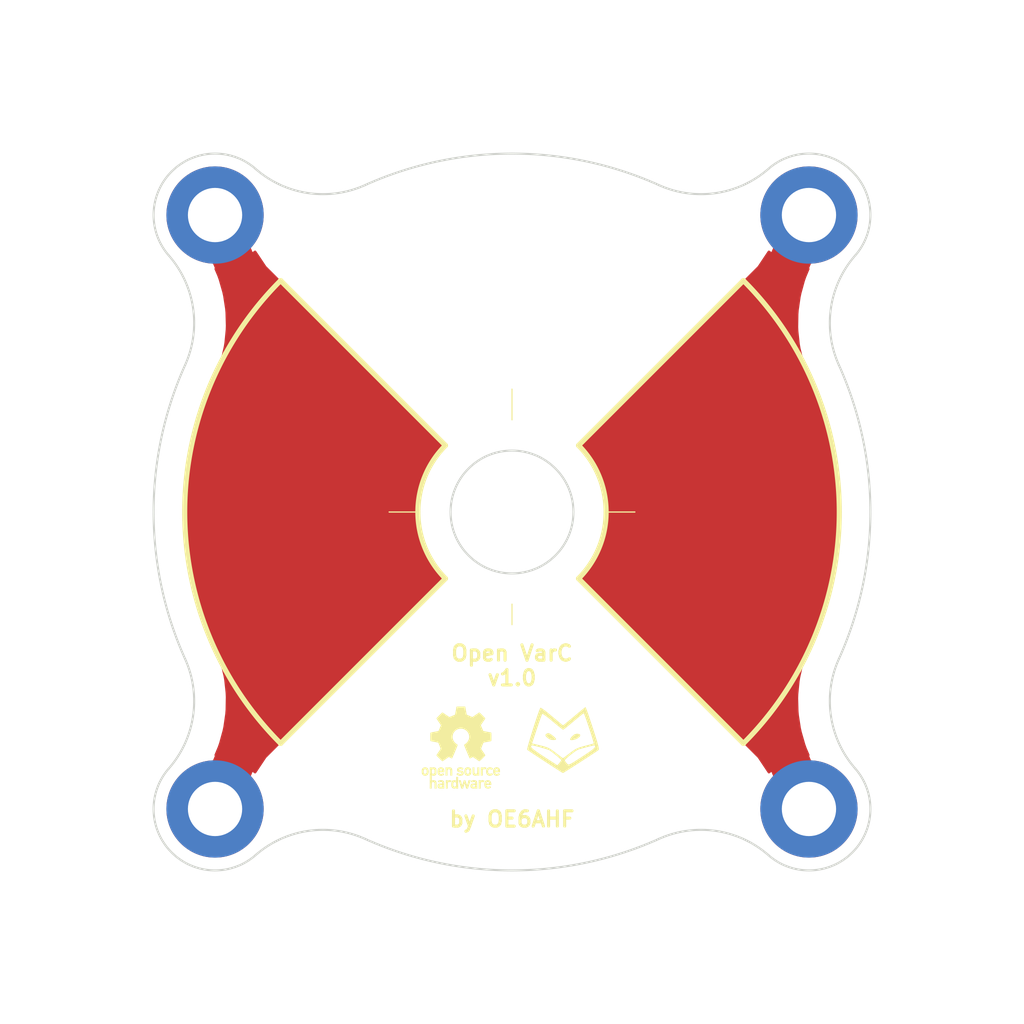
<source format=kicad_pcb>
(kicad_pcb (version 20171130) (host pcbnew 5.1.5+dfsg1-2build2)

  (general
    (thickness 1.6)
    (drawings 35)
    (tracks 0)
    (zones 0)
    (modules 7)
    (nets 3)
  )

  (page A4)
  (title_block
    (title "Open VarCo - Large")
    (date 2021-11-05)
    (rev 1.0)
  )

  (layers
    (0 F.Cu signal)
    (31 B.Cu signal)
    (32 B.Adhes user)
    (33 F.Adhes user)
    (34 B.Paste user)
    (35 F.Paste user)
    (36 B.SilkS user)
    (37 F.SilkS user)
    (38 B.Mask user)
    (39 F.Mask user)
    (40 Dwgs.User user)
    (41 Cmts.User user)
    (42 Eco1.User user)
    (43 Eco2.User user)
    (44 Edge.Cuts user)
    (45 Margin user)
    (46 B.CrtYd user)
    (47 F.CrtYd user)
    (48 B.Fab user)
    (49 F.Fab user)
  )

  (setup
    (last_trace_width 0.25)
    (trace_clearance 0.2)
    (zone_clearance 3)
    (zone_45_only no)
    (trace_min 0.2)
    (via_size 0.8)
    (via_drill 0.4)
    (via_min_size 0.4)
    (via_min_drill 0.3)
    (uvia_size 0.3)
    (uvia_drill 0.1)
    (uvias_allowed no)
    (uvia_min_size 0.2)
    (uvia_min_drill 0.1)
    (edge_width 0.05)
    (segment_width 0.2)
    (pcb_text_width 0.3)
    (pcb_text_size 1.5 1.5)
    (mod_edge_width 0.12)
    (mod_text_size 1 1)
    (mod_text_width 0.15)
    (pad_size 9.5 9.5)
    (pad_drill 0)
    (pad_to_mask_clearance 0.051)
    (solder_mask_min_width 0.25)
    (aux_axis_origin 0 0)
    (grid_origin 150 100)
    (visible_elements FFFFFF7F)
    (pcbplotparams
      (layerselection 0x010fc_ffffffff)
      (usegerberextensions false)
      (usegerberattributes false)
      (usegerberadvancedattributes false)
      (creategerberjobfile false)
      (excludeedgelayer true)
      (linewidth 0.100000)
      (plotframeref false)
      (viasonmask false)
      (mode 1)
      (useauxorigin false)
      (hpglpennumber 1)
      (hpglpenspeed 20)
      (hpglpendiameter 15.000000)
      (psnegative false)
      (psa4output false)
      (plotreference true)
      (plotvalue true)
      (plotinvisibletext false)
      (padsonsilk false)
      (subtractmaskfromsilk false)
      (outputformat 1)
      (mirror false)
      (drillshape 0)
      (scaleselection 1)
      (outputdirectory "Gerber/"))
  )

  (net 0 "")
  (net 1 /Side_A)
  (net 2 /Side_B)

  (net_class Default "Dies ist die voreingestellte Netzklasse."
    (clearance 0.2)
    (trace_width 0.25)
    (via_dia 0.8)
    (via_drill 0.4)
    (uvia_dia 0.3)
    (uvia_drill 0.1)
    (add_net /Side_A)
    (add_net /Side_B)
  )

  (module relayclock:fox (layer F.Cu) (tedit 0) (tstamp 61B0BF16)
    (at 156 126)
    (fp_text reference G*** (at 0 0) (layer F.SilkS) hide
      (effects (font (size 1.524 1.524) (thickness 0.3)))
    )
    (fp_text value LOGO (at 0.75 0) (layer F.SilkS) hide
      (effects (font (size 1.524 1.524) (thickness 0.3)))
    )
    (fp_poly (pts (xy 0.57615 -4.31634) (xy 0.666101 -4.213897) (xy 0.610838 -4.065261) (xy 0.407938 -3.897249)
      (xy 0.192797 -3.797971) (xy -0.036489 -3.737819) (xy -0.228092 -3.724351) (xy -0.330185 -3.765122)
      (xy -0.335622 -3.788833) (xy -0.284594 -3.890602) (xy -0.162936 -4.059132) (xy -0.136069 -4.092532)
      (xy 0.10603 -4.291332) (xy 0.344653 -4.346532) (xy 0.57615 -4.31634)) (layer F.SilkS) (width 0.01))
    (fp_poly (pts (xy -2.303466 -4.351022) (xy -2.104408 -4.223417) (xy -1.90217 -4.060844) (xy -1.748181 -3.904293)
      (xy -1.693333 -3.801229) (xy -1.765708 -3.751119) (xy -1.939325 -3.733618) (xy -2.148925 -3.750499)
      (xy -2.286 -3.785127) (xy -2.439572 -3.874263) (xy -2.602443 -4.003875) (xy -2.726356 -4.151085)
      (xy -2.715385 -4.265821) (xy -2.697909 -4.289432) (xy -2.536901 -4.387921) (xy -2.447913 -4.402667)
      (xy -2.303466 -4.351022)) (layer F.SilkS) (width 0.01))
    (fp_poly (pts (xy 1.218233 -6.864009) (xy 1.300174 -6.646761) (xy 1.41872 -6.311162) (xy 1.566408 -5.878685)
      (xy 1.735774 -5.370806) (xy 1.890521 -4.897975) (xy 2.098048 -4.253093) (xy 2.254996 -3.750559)
      (xy 2.365917 -3.372615) (xy 2.435367 -3.101503) (xy 2.467899 -2.919463) (xy 2.468068 -2.808739)
      (xy 2.440854 -2.751962) (xy 2.345287 -2.682592) (xy 2.135129 -2.540693) (xy 1.834191 -2.341631)
      (xy 1.466281 -2.100774) (xy 1.055208 -1.833489) (xy 0.624784 -1.555142) (xy 0.198816 -1.281101)
      (xy -0.198886 -1.026732) (xy -0.544511 -0.807404) (xy -0.814251 -0.638482) (xy -0.984297 -0.535333)
      (xy -1.032215 -0.510386) (xy -1.107439 -0.555205) (xy -1.304642 -0.679776) (xy -1.603966 -0.871354)
      (xy -1.98555 -1.117197) (xy -2.429536 -1.404561) (xy -2.74726 -1.610879) (xy -3.225761 -1.92309)
      (xy -3.65818 -2.207325) (xy -4.023777 -2.449782) (xy -4.301809 -2.636655) (xy -4.471535 -2.754141)
      (xy -4.513608 -2.786408) (xy -4.505828 -2.88025) (xy -4.460984 -3.069167) (xy -4.147682 -3.069167)
      (xy -4.072901 -2.959486) (xy -3.850806 -2.771395) (xy -3.483377 -2.506392) (xy -2.972592 -2.165976)
      (xy -2.856515 -2.090975) (xy -1.566333 -1.26095) (xy -1.375833 -1.481863) (xy -1.246896 -1.650559)
      (xy -1.192969 -1.754562) (xy -0.846667 -1.754562) (xy -0.793278 -1.632175) (xy -0.665741 -1.469327)
      (xy -0.599213 -1.396584) (xy -0.540039 -1.348283) (xy -0.467803 -1.333391) (xy -0.362087 -1.360875)
      (xy -0.202473 -1.439702) (xy 0.031455 -1.578839) (xy 0.360116 -1.787253) (xy 0.803927 -2.073912)
      (xy 1.000994 -2.201333) (xy 1.488313 -2.526008) (xy 1.839589 -2.782014) (xy 2.050195 -2.965747)
      (xy 2.115763 -3.069167) (xy 2.093134 -3.195) (xy 2.067273 -3.217333) (xy 1.944435 -3.19623)
      (xy 1.705912 -3.141127) (xy 1.398898 -3.064334) (xy 1.070586 -2.97816) (xy 0.76817 -2.894914)
      (xy 0.538843 -2.826907) (xy 0.445671 -2.794369) (xy 0.273863 -2.697365) (xy 0.038052 -2.534166)
      (xy -0.22561 -2.333858) (xy -0.480973 -2.125529) (xy -0.691886 -1.938265) (xy -0.822199 -1.801153)
      (xy -0.846667 -1.754562) (xy -1.192969 -1.754562) (xy -1.186047 -1.767911) (xy -1.185333 -1.774993)
      (xy -1.246835 -1.851597) (xy -1.407214 -2.000357) (xy -1.630288 -2.191294) (xy -1.879871 -2.394429)
      (xy -2.119778 -2.579782) (xy -2.313824 -2.717375) (xy -2.351434 -2.741104) (xy -2.481611 -2.79319)
      (xy -2.728577 -2.872777) (xy -3.044789 -2.96651) (xy -3.382707 -3.061032) (xy -3.694787 -3.142987)
      (xy -3.933488 -3.199017) (xy -4.042833 -3.216282) (xy -4.13192 -3.14773) (xy -4.147682 -3.069167)
      (xy -4.460984 -3.069167) (xy -4.451818 -3.10778) (xy -4.37205 -3.398425) (xy -4.047167 -3.398425)
      (xy -3.230084 -3.202078) (xy -2.830603 -3.099265) (xy -2.532307 -2.997221) (xy -2.273746 -2.866317)
      (xy -1.993471 -2.676921) (xy -1.735667 -2.481463) (xy -1.449371 -2.261425) (xy -1.217072 -2.085827)
      (xy -1.068414 -1.976906) (xy -1.030185 -1.952265) (xy -0.955657 -1.998451) (xy -0.778024 -2.126708)
      (xy -0.527592 -2.314821) (xy -0.352852 -2.448833) (xy -0.023234 -2.693756) (xy 0.24913 -2.862899)
      (xy 0.526653 -2.986272) (xy 0.871745 -3.093886) (xy 1.128656 -3.161211) (xy 1.479026 -3.252095)
      (xy 1.761211 -3.32929) (xy 1.939402 -3.382766) (xy 1.982968 -3.400545) (xy 1.969156 -3.490783)
      (xy 1.909722 -3.708765) (xy 1.814882 -4.02356) (xy 1.694858 -4.404239) (xy 1.559866 -4.81987)
      (xy 1.420127 -5.239524) (xy 1.285859 -5.632268) (xy 1.16728 -5.967173) (xy 1.074611 -6.213308)
      (xy 1.01807 -6.339743) (xy 1.008522 -6.35) (xy 0.925324 -6.297937) (xy 0.738238 -6.154691)
      (xy 0.471603 -5.939671) (xy 0.14976 -5.672291) (xy 0 -5.545667) (xy -0.338112 -5.261702)
      (xy -0.631477 -5.021723) (xy -0.855764 -4.84514) (xy -0.986644 -4.751364) (xy -1.008178 -4.741333)
      (xy -1.091348 -4.793189) (xy -1.278895 -4.935937) (xy -1.54656 -5.150345) (xy -1.870084 -5.417185)
      (xy -2.028831 -5.550427) (xy -2.368421 -5.829325) (xy -2.663604 -6.05733) (xy -2.890412 -6.217043)
      (xy -3.024874 -6.291063) (xy -3.049393 -6.29126) (xy -3.094978 -6.192043) (xy -3.183117 -5.959217)
      (xy -3.303996 -5.620203) (xy -3.447804 -5.202427) (xy -3.579136 -4.810713) (xy -4.047167 -3.398425)
      (xy -4.37205 -3.398425) (xy -4.359978 -3.442409) (xy -4.238705 -3.857546) (xy -4.096398 -4.326599)
      (xy -3.941456 -4.822979) (xy -3.782276 -5.320093) (xy -3.627257 -5.791353) (xy -3.484797 -6.210166)
      (xy -3.363294 -6.549943) (xy -3.271147 -6.784092) (xy -3.219717 -6.883142) (xy -3.138253 -6.85395)
      (xy -2.95203 -6.730073) (xy -2.683721 -6.528337) (xy -2.356001 -6.265565) (xy -2.108458 -6.058624)
      (xy -1.753364 -5.759098) (xy -1.444324 -5.502391) (xy -1.203791 -5.306838) (xy -1.05422 -5.190773)
      (xy -1.016 -5.166607) (xy -0.940322 -5.218415) (xy -0.758187 -5.361687) (xy -0.492118 -5.578168)
      (xy -0.164638 -5.849606) (xy 0.079694 -6.054625) (xy 0.436259 -6.352829) (xy 0.747095 -6.608244)
      (xy 0.989561 -6.802628) (xy 1.141015 -6.917739) (xy 1.18036 -6.94143) (xy 1.218233 -6.864009)) (layer F.SilkS) (width 0.01))
  )

  (module MountingHole:MountingHole_3mm (layer F.Cu) (tedit 56D1B4CB) (tstamp 61B0C07B)
    (at 150 68)
    (descr "Mounting Hole 3mm, no annular")
    (tags "mounting hole 3mm no annular")
    (attr virtual)
    (fp_text reference REF** (at 0 -4) (layer F.SilkS) hide
      (effects (font (size 1 1) (thickness 0.15)))
    )
    (fp_text value MountingHole_3mm (at 0 4) (layer F.Fab) hide
      (effects (font (size 1 1) (thickness 0.15)))
    )
    (fp_circle (center 0 0) (end 3.25 0) (layer F.CrtYd) (width 0.05))
    (fp_circle (center 0 0) (end 3 0) (layer Cmts.User) (width 0.15))
    (fp_text user %R (at 0.3 0) (layer F.Fab)
      (effects (font (size 1 1) (thickness 0.15)))
    )
    (pad 1 np_thru_hole circle (at 0 0) (size 3 3) (drill 3) (layers *.Cu *.Mask))
  )

  (module Symbol:OSHW-Logo_7.5x8mm_SilkScreen (layer F.Cu) (tedit 0) (tstamp 6184A406)
    (at 145 123)
    (descr "Open Source Hardware Logo")
    (tags "Logo OSHW")
    (attr virtual)
    (fp_text reference REF** (at 0 0) (layer F.SilkS) hide
      (effects (font (size 1 1) (thickness 0.15)))
    )
    (fp_text value OSHW-Logo_7.5x8mm_SilkScreen (at 0.75 0) (layer F.Fab) hide
      (effects (font (size 1 1) (thickness 0.15)))
    )
    (fp_poly (pts (xy 0.500964 -3.601424) (xy 0.576513 -3.200678) (xy 1.134041 -2.970846) (xy 1.468465 -3.198252)
      (xy 1.562122 -3.261569) (xy 1.646782 -3.318104) (xy 1.718495 -3.365273) (xy 1.773311 -3.400498)
      (xy 1.80728 -3.421195) (xy 1.81653 -3.425658) (xy 1.833195 -3.41418) (xy 1.868806 -3.382449)
      (xy 1.919371 -3.334517) (xy 1.9809 -3.274438) (xy 2.049399 -3.206267) (xy 2.120879 -3.134055)
      (xy 2.191347 -3.061858) (xy 2.256811 -2.993727) (xy 2.31328 -2.933717) (xy 2.356763 -2.885881)
      (xy 2.383268 -2.854273) (xy 2.389605 -2.843695) (xy 2.380486 -2.824194) (xy 2.35492 -2.781469)
      (xy 2.315597 -2.719702) (xy 2.265203 -2.643069) (xy 2.206427 -2.555752) (xy 2.172368 -2.505948)
      (xy 2.110289 -2.415007) (xy 2.055126 -2.332941) (xy 2.009554 -2.263837) (xy 1.97625 -2.211778)
      (xy 1.95789 -2.18085) (xy 1.955131 -2.17435) (xy 1.961385 -2.155879) (xy 1.978434 -2.112828)
      (xy 2.003703 -2.051251) (xy 2.034622 -1.977201) (xy 2.068618 -1.89673) (xy 2.103118 -1.815893)
      (xy 2.135551 -1.740742) (xy 2.163343 -1.677329) (xy 2.183923 -1.631707) (xy 2.194719 -1.609931)
      (xy 2.195356 -1.609074) (xy 2.212307 -1.604916) (xy 2.257451 -1.595639) (xy 2.32611 -1.582156)
      (xy 2.413602 -1.565379) (xy 2.51525 -1.546219) (xy 2.574556 -1.53517) (xy 2.683172 -1.51449)
      (xy 2.781277 -1.494811) (xy 2.863909 -1.477211) (xy 2.926104 -1.462767) (xy 2.962899 -1.452554)
      (xy 2.970296 -1.449314) (xy 2.97754 -1.427383) (xy 2.983385 -1.377853) (xy 2.987835 -1.306515)
      (xy 2.990893 -1.219161) (xy 2.992565 -1.121583) (xy 2.992853 -1.019574) (xy 2.991761 -0.918925)
      (xy 2.989294 -0.825428) (xy 2.985456 -0.744875) (xy 2.98025 -0.683058) (xy 2.973681 -0.64577)
      (xy 2.969741 -0.638007) (xy 2.946188 -0.628702) (xy 2.896282 -0.6154) (xy 2.826623 -0.599663)
      (xy 2.743813 -0.583054) (xy 2.714905 -0.577681) (xy 2.575531 -0.552152) (xy 2.465436 -0.531592)
      (xy 2.380982 -0.515185) (xy 2.31853 -0.502113) (xy 2.274444 -0.491559) (xy 2.245085 -0.482706)
      (xy 2.226815 -0.474737) (xy 2.215998 -0.466835) (xy 2.214485 -0.465273) (xy 2.199377 -0.440114)
      (xy 2.176329 -0.39115) (xy 2.147644 -0.324379) (xy 2.115622 -0.245795) (xy 2.082565 -0.161393)
      (xy 2.050773 -0.07717) (xy 2.022549 0.000879) (xy 2.000193 0.066759) (xy 1.986007 0.114473)
      (xy 1.982293 0.138027) (xy 1.982602 0.138852) (xy 1.995189 0.158104) (xy 2.023744 0.200463)
      (xy 2.065267 0.261521) (xy 2.116756 0.336868) (xy 2.175211 0.422096) (xy 2.191858 0.446315)
      (xy 2.251215 0.534123) (xy 2.303447 0.614238) (xy 2.345708 0.682062) (xy 2.375153 0.732993)
      (xy 2.388937 0.762431) (xy 2.389605 0.766048) (xy 2.378024 0.785057) (xy 2.346024 0.822714)
      (xy 2.297718 0.874973) (xy 2.23722 0.937786) (xy 2.168644 1.007106) (xy 2.096104 1.078885)
      (xy 2.023712 1.149077) (xy 1.955584 1.213635) (xy 1.895832 1.26851) (xy 1.848571 1.309656)
      (xy 1.817913 1.333026) (xy 1.809432 1.336842) (xy 1.789691 1.327855) (xy 1.749274 1.303616)
      (xy 1.694763 1.268209) (xy 1.652823 1.239711) (xy 1.576829 1.187418) (xy 1.486834 1.125845)
      (xy 1.396564 1.06437) (xy 1.348032 1.031469) (xy 1.183762 0.920359) (xy 1.045869 0.994916)
      (xy 0.983049 1.027578) (xy 0.929629 1.052966) (xy 0.893484 1.067446) (xy 0.884284 1.06946)
      (xy 0.873221 1.054584) (xy 0.851394 1.012547) (xy 0.820434 0.947227) (xy 0.78197 0.8625)
      (xy 0.737632 0.762245) (xy 0.689047 0.650339) (xy 0.637846 0.530659) (xy 0.585659 0.407084)
      (xy 0.534113 0.283491) (xy 0.48484 0.163757) (xy 0.439467 0.051759) (xy 0.399625 -0.048623)
      (xy 0.366942 -0.133514) (xy 0.343049 -0.199035) (xy 0.329574 -0.24131) (xy 0.327406 -0.255828)
      (xy 0.344583 -0.274347) (xy 0.38219 -0.30441) (xy 0.432366 -0.339768) (xy 0.436578 -0.342566)
      (xy 0.566264 -0.446375) (xy 0.670834 -0.567485) (xy 0.749381 -0.702024) (xy 0.800999 -0.846118)
      (xy 0.824782 -0.995895) (xy 0.819823 -1.147483) (xy 0.785217 -1.297008) (xy 0.720057 -1.4406)
      (xy 0.700886 -1.472016) (xy 0.601174 -1.598875) (xy 0.483377 -1.700745) (xy 0.351571 -1.777096)
      (xy 0.209833 -1.827398) (xy 0.062242 -1.851121) (xy -0.087127 -1.847735) (xy -0.234197 -1.816712)
      (xy -0.374889 -1.75752) (xy -0.505127 -1.669631) (xy -0.545414 -1.633958) (xy -0.647945 -1.522294)
      (xy -0.722659 -1.404743) (xy -0.77391 -1.27298) (xy -0.802454 -1.142493) (xy -0.8095 -0.995784)
      (xy -0.786004 -0.848347) (xy -0.734351 -0.705166) (xy -0.656929 -0.571223) (xy -0.556125 -0.451502)
      (xy -0.434324 -0.350986) (xy -0.418316 -0.340391) (xy -0.367602 -0.305694) (xy -0.32905 -0.27563)
      (xy -0.310619 -0.256435) (xy -0.310351 -0.255828) (xy -0.314308 -0.235064) (xy -0.329993 -0.187938)
      (xy -0.355778 -0.118327) (xy -0.390031 -0.030107) (xy -0.431123 0.072844) (xy -0.477424 0.18665)
      (xy -0.527304 0.307435) (xy -0.579133 0.431321) (xy -0.631281 0.554432) (xy -0.682118 0.672891)
      (xy -0.730013 0.782823) (xy -0.773338 0.880349) (xy -0.810462 0.961593) (xy -0.839756 1.022679)
      (xy -0.859588 1.05973) (xy -0.867574 1.06946) (xy -0.891979 1.061883) (xy -0.937642 1.04156)
      (xy -0.99669 1.012125) (xy -1.02916 0.994916) (xy -1.167053 0.920359) (xy -1.331323 1.031469)
      (xy -1.415179 1.08839) (xy -1.506987 1.15103) (xy -1.59302 1.210011) (xy -1.636113 1.239711)
      (xy -1.696723 1.28041) (xy -1.748045 1.312663) (xy -1.783385 1.332384) (xy -1.794863 1.336554)
      (xy -1.81157 1.325307) (xy -1.848546 1.293911) (xy -1.902205 1.245624) (xy -1.968962 1.183708)
      (xy -2.045234 1.111421) (xy -2.093473 1.065008) (xy -2.177867 0.982087) (xy -2.250803 0.90792)
      (xy -2.309331 0.84568) (xy -2.350503 0.798541) (xy -2.371372 0.769673) (xy -2.373374 0.763815)
      (xy -2.364083 0.741532) (xy -2.338409 0.696477) (xy -2.2992 0.633211) (xy -2.249303 0.556295)
      (xy -2.191567 0.470292) (xy -2.175149 0.446315) (xy -2.115323 0.35917) (xy -2.06165 0.28071)
      (xy -2.01713 0.215345) (xy -1.984765 0.167484) (xy -1.967555 0.141535) (xy -1.965893 0.138852)
      (xy -1.968379 0.118172) (xy -1.981577 0.072704) (xy -2.003186 0.008444) (xy -2.030904 -0.068613)
      (xy -2.06243 -0.152471) (xy -2.095463 -0.237134) (xy -2.127701 -0.316608) (xy -2.156843 -0.384896)
      (xy -2.180588 -0.436003) (xy -2.196635 -0.463933) (xy -2.197775 -0.465273) (xy -2.207588 -0.473255)
      (xy -2.224161 -0.481149) (xy -2.251132 -0.489771) (xy -2.292139 -0.499938) (xy -2.35082 -0.512469)
      (xy -2.430813 -0.528179) (xy -2.535755 -0.547887) (xy -2.669285 -0.572408) (xy -2.698196 -0.577681)
      (xy -2.783882 -0.594236) (xy -2.858582 -0.610431) (xy -2.915694 -0.624704) (xy -2.948617 -0.635492)
      (xy -2.953031 -0.638007) (xy -2.960306 -0.660304) (xy -2.966219 -0.710131) (xy -2.970766 -0.781696)
      (xy -2.973945 -0.869207) (xy -2.975749 -0.966872) (xy -2.976177 -1.068899) (xy -2.975223 -1.169497)
      (xy -2.972884 -1.262873) (xy -2.969156 -1.343235) (xy -2.964034 -1.404791) (xy -2.957516 -1.44175)
      (xy -2.953586 -1.449314) (xy -2.931708 -1.456944) (xy -2.881891 -1.469358) (xy -2.809097 -1.485478)
      (xy -2.718289 -1.504227) (xy -2.614431 -1.524529) (xy -2.557846 -1.53517) (xy -2.450486 -1.55524)
      (xy -2.354746 -1.57342) (xy -2.275306 -1.588801) (xy -2.216846 -1.600469) (xy -2.184045 -1.607512)
      (xy -2.178646 -1.609074) (xy -2.169522 -1.626678) (xy -2.150235 -1.669082) (xy -2.123355 -1.730228)
      (xy -2.091454 -1.804057) (xy -2.057102 -1.884511) (xy -2.022871 -1.965532) (xy -1.991331 -2.041063)
      (xy -1.965054 -2.105045) (xy -1.946611 -2.15142) (xy -1.938571 -2.174131) (xy -1.938422 -2.175124)
      (xy -1.947535 -2.193039) (xy -1.973086 -2.234267) (xy -2.012388 -2.294709) (xy -2.062757 -2.370269)
      (xy -2.121506 -2.456848) (xy -2.155658 -2.506579) (xy -2.21789 -2.597764) (xy -2.273164 -2.680551)
      (xy -2.318782 -2.750751) (xy -2.352048 -2.804176) (xy -2.370264 -2.836639) (xy -2.372895 -2.843917)
      (xy -2.361586 -2.860855) (xy -2.330319 -2.897022) (xy -2.28309 -2.948365) (xy -2.223892 -3.010833)
      (xy -2.156719 -3.080374) (xy -2.085566 -3.152935) (xy -2.014426 -3.224465) (xy -1.947293 -3.290913)
      (xy -1.888161 -3.348226) (xy -1.841025 -3.392353) (xy -1.809877 -3.419241) (xy -1.799457 -3.425658)
      (xy -1.782491 -3.416635) (xy -1.741911 -3.391285) (xy -1.681663 -3.35219) (xy -1.605693 -3.301929)
      (xy -1.517946 -3.243083) (xy -1.451756 -3.198252) (xy -1.117332 -2.970846) (xy -0.838567 -3.085762)
      (xy -0.559803 -3.200678) (xy -0.484254 -3.601424) (xy -0.408706 -4.002171) (xy 0.425415 -4.002171)
      (xy 0.500964 -3.601424)) (layer F.SilkS) (width 0.01))
    (fp_poly (pts (xy 2.391388 1.937645) (xy 2.448865 1.955206) (xy 2.485872 1.977395) (xy 2.497927 1.994942)
      (xy 2.494609 2.015742) (xy 2.473079 2.048419) (xy 2.454874 2.071562) (xy 2.417344 2.113402)
      (xy 2.389148 2.131005) (xy 2.365111 2.129856) (xy 2.293808 2.11171) (xy 2.241442 2.112534)
      (xy 2.198918 2.133098) (xy 2.184642 2.145134) (xy 2.138947 2.187483) (xy 2.138947 2.740526)
      (xy 1.955131 2.740526) (xy 1.955131 1.938421) (xy 2.047039 1.938421) (xy 2.102219 1.940603)
      (xy 2.130688 1.948351) (xy 2.138943 1.963468) (xy 2.138947 1.963916) (xy 2.142845 1.979749)
      (xy 2.160474 1.977684) (xy 2.184901 1.966261) (xy 2.23535 1.945005) (xy 2.276316 1.932216)
      (xy 2.329028 1.928938) (xy 2.391388 1.937645)) (layer F.SilkS) (width 0.01))
    (fp_poly (pts (xy -1.002043 1.952226) (xy -0.960454 1.97209) (xy -0.920175 2.000784) (xy -0.88949 2.033809)
      (xy -0.867139 2.075931) (xy -0.851864 2.131915) (xy -0.842408 2.206528) (xy -0.837513 2.304535)
      (xy -0.835919 2.430702) (xy -0.835894 2.443914) (xy -0.835527 2.740526) (xy -1.019343 2.740526)
      (xy -1.019343 2.467081) (xy -1.019473 2.365777) (xy -1.020379 2.292353) (xy -1.022827 2.241271)
      (xy -1.027586 2.20699) (xy -1.035426 2.183971) (xy -1.047115 2.166673) (xy -1.063398 2.149581)
      (xy -1.120366 2.112857) (xy -1.182555 2.106042) (xy -1.241801 2.129261) (xy -1.262405 2.146543)
      (xy -1.27753 2.162791) (xy -1.28839 2.180191) (xy -1.29569 2.204212) (xy -1.300137 2.240322)
      (xy -1.302436 2.293988) (xy -1.303296 2.37068) (xy -1.303422 2.464043) (xy -1.303422 2.740526)
      (xy -1.487237 2.740526) (xy -1.487237 1.938421) (xy -1.395329 1.938421) (xy -1.340149 1.940603)
      (xy -1.31168 1.948351) (xy -1.303425 1.963468) (xy -1.303422 1.963916) (xy -1.299592 1.97872)
      (xy -1.282699 1.97704) (xy -1.249112 1.960773) (xy -1.172937 1.93684) (xy -1.0858 1.934178)
      (xy -1.002043 1.952226)) (layer F.SilkS) (width 0.01))
    (fp_poly (pts (xy 3.558784 1.935554) (xy 3.601574 1.945949) (xy 3.683609 1.984013) (xy 3.753757 2.042149)
      (xy 3.802305 2.111852) (xy 3.808975 2.127502) (xy 3.818124 2.168496) (xy 3.824529 2.229138)
      (xy 3.82671 2.29043) (xy 3.82671 2.406316) (xy 3.584407 2.406316) (xy 3.484471 2.406693)
      (xy 3.414069 2.408987) (xy 3.369313 2.414938) (xy 3.346315 2.426285) (xy 3.341189 2.444771)
      (xy 3.350048 2.472136) (xy 3.365917 2.504155) (xy 3.410184 2.557592) (xy 3.471699 2.584215)
      (xy 3.546885 2.583347) (xy 3.632053 2.554371) (xy 3.705659 2.518611) (xy 3.766734 2.566904)
      (xy 3.82781 2.615197) (xy 3.770351 2.668285) (xy 3.693641 2.718445) (xy 3.599302 2.748688)
      (xy 3.497827 2.757151) (xy 3.399711 2.741974) (xy 3.383881 2.736824) (xy 3.297647 2.691791)
      (xy 3.233501 2.624652) (xy 3.190091 2.533405) (xy 3.166064 2.416044) (xy 3.165784 2.413529)
      (xy 3.163633 2.285627) (xy 3.172329 2.239997) (xy 3.342105 2.239997) (xy 3.357697 2.247013)
      (xy 3.400029 2.252388) (xy 3.462434 2.255457) (xy 3.501981 2.255921) (xy 3.575728 2.25563)
      (xy 3.62184 2.253783) (xy 3.6461 2.248912) (xy 3.654294 2.239555) (xy 3.652206 2.224245)
      (xy 3.650455 2.218322) (xy 3.62056 2.162668) (xy 3.573542 2.117815) (xy 3.532049 2.098105)
      (xy 3.476926 2.099295) (xy 3.421068 2.123875) (xy 3.374212 2.16457) (xy 3.346094 2.214108)
      (xy 3.342105 2.239997) (xy 3.172329 2.239997) (xy 3.185074 2.173133) (xy 3.227611 2.078727)
      (xy 3.288747 2.005088) (xy 3.365985 1.954893) (xy 3.45683 1.930822) (xy 3.558784 1.935554)) (layer F.SilkS) (width 0.01))
    (fp_poly (pts (xy 2.946576 1.945419) (xy 3.043395 1.986549) (xy 3.07389 2.006571) (xy 3.112865 2.03734)
      (xy 3.137331 2.061533) (xy 3.141578 2.069413) (xy 3.129584 2.086899) (xy 3.098887 2.11657)
      (xy 3.074312 2.137279) (xy 3.007046 2.191336) (xy 2.95393 2.146642) (xy 2.912884 2.117789)
      (xy 2.872863 2.107829) (xy 2.827059 2.110261) (xy 2.754324 2.128345) (xy 2.704256 2.165881)
      (xy 2.673829 2.226562) (xy 2.660017 2.314081) (xy 2.660013 2.314136) (xy 2.661208 2.411958)
      (xy 2.679772 2.48373) (xy 2.716804 2.532595) (xy 2.74205 2.549143) (xy 2.809097 2.569749)
      (xy 2.880709 2.569762) (xy 2.943015 2.549768) (xy 2.957763 2.54) (xy 2.99475 2.515047)
      (xy 3.023668 2.510958) (xy 3.054856 2.52953) (xy 3.089336 2.562887) (xy 3.143912 2.619196)
      (xy 3.083318 2.669142) (xy 2.989698 2.725513) (xy 2.884125 2.753293) (xy 2.773798 2.751282)
      (xy 2.701343 2.732862) (xy 2.616656 2.68731) (xy 2.548927 2.61565) (xy 2.518157 2.565066)
      (xy 2.493236 2.492488) (xy 2.480766 2.400569) (xy 2.48067 2.300948) (xy 2.49287 2.205267)
      (xy 2.51729 2.125169) (xy 2.521136 2.116956) (xy 2.578093 2.036413) (xy 2.655209 1.977771)
      (xy 2.74639 1.942247) (xy 2.845543 1.931057) (xy 2.946576 1.945419)) (layer F.SilkS) (width 0.01))
    (fp_poly (pts (xy 1.320131 2.198533) (xy 1.32171 2.321089) (xy 1.327481 2.414179) (xy 1.338991 2.481651)
      (xy 1.35779 2.527355) (xy 1.385426 2.555139) (xy 1.423448 2.568854) (xy 1.470526 2.572358)
      (xy 1.519832 2.568432) (xy 1.557283 2.554089) (xy 1.584428 2.525478) (xy 1.602815 2.478751)
      (xy 1.613993 2.410058) (xy 1.619511 2.31555) (xy 1.620921 2.198533) (xy 1.620921 1.938421)
      (xy 1.804736 1.938421) (xy 1.804736 2.740526) (xy 1.712828 2.740526) (xy 1.657422 2.738281)
      (xy 1.628891 2.730396) (xy 1.620921 2.715428) (xy 1.61612 2.702097) (xy 1.597014 2.704917)
      (xy 1.558504 2.723783) (xy 1.470239 2.752887) (xy 1.376623 2.750825) (xy 1.286921 2.719221)
      (xy 1.244204 2.694257) (xy 1.211621 2.667226) (xy 1.187817 2.633405) (xy 1.171439 2.588068)
      (xy 1.161131 2.526489) (xy 1.155541 2.443943) (xy 1.153312 2.335705) (xy 1.153026 2.252004)
      (xy 1.153026 1.938421) (xy 1.320131 1.938421) (xy 1.320131 2.198533)) (layer F.SilkS) (width 0.01))
    (fp_poly (pts (xy 0.811669 1.94831) (xy 0.896192 1.99434) (xy 0.962321 2.067006) (xy 0.993478 2.126106)
      (xy 1.006855 2.178305) (xy 1.015522 2.252719) (xy 1.019237 2.338442) (xy 1.017754 2.424569)
      (xy 1.010831 2.500193) (xy 1.002745 2.540584) (xy 0.975465 2.59584) (xy 0.92822 2.65453)
      (xy 0.871282 2.705852) (xy 0.814924 2.739005) (xy 0.81355 2.739531) (xy 0.743616 2.754018)
      (xy 0.660737 2.754377) (xy 0.581977 2.741188) (xy 0.551566 2.730617) (xy 0.473239 2.686201)
      (xy 0.417143 2.628007) (xy 0.380286 2.550965) (xy 0.35968 2.450001) (xy 0.355018 2.397116)
      (xy 0.355613 2.330663) (xy 0.534736 2.330663) (xy 0.54077 2.42763) (xy 0.558138 2.501523)
      (xy 0.58574 2.548736) (xy 0.605404 2.562237) (xy 0.655787 2.571651) (xy 0.715673 2.568864)
      (xy 0.767449 2.555316) (xy 0.781027 2.547862) (xy 0.816849 2.504451) (xy 0.840493 2.438014)
      (xy 0.850558 2.357161) (xy 0.845642 2.270502) (xy 0.834655 2.218349) (xy 0.803109 2.157951)
      (xy 0.753311 2.120197) (xy 0.693337 2.107143) (xy 0.631264 2.120849) (xy 0.583582 2.154372)
      (xy 0.558525 2.182031) (xy 0.5439 2.209294) (xy 0.536929 2.24619) (xy 0.534833 2.30275)
      (xy 0.534736 2.330663) (xy 0.355613 2.330663) (xy 0.356282 2.255994) (xy 0.379265 2.140271)
      (xy 0.423972 2.049941) (xy 0.490405 1.985) (xy 0.578565 1.945445) (xy 0.597495 1.940858)
      (xy 0.711266 1.93009) (xy 0.811669 1.94831)) (layer F.SilkS) (width 0.01))
    (fp_poly (pts (xy 0.018628 1.935547) (xy 0.081908 1.947548) (xy 0.147557 1.972648) (xy 0.154572 1.975848)
      (xy 0.204356 2.002026) (xy 0.238834 2.026353) (xy 0.249978 2.041937) (xy 0.239366 2.067353)
      (xy 0.213588 2.104853) (xy 0.202146 2.118852) (xy 0.154992 2.173954) (xy 0.094201 2.138086)
      (xy 0.036347 2.114192) (xy -0.0305 2.10142) (xy -0.094606 2.100613) (xy -0.144236 2.112615)
      (xy -0.156146 2.120105) (xy -0.178828 2.15445) (xy -0.181584 2.194013) (xy -0.164612 2.22492)
      (xy -0.154573 2.230913) (xy -0.12449 2.238357) (xy -0.071611 2.247106) (xy -0.006425 2.255467)
      (xy 0.0056 2.256778) (xy 0.110297 2.274888) (xy 0.186232 2.305651) (xy 0.236592 2.351907)
      (xy 0.264564 2.416497) (xy 0.273278 2.495387) (xy 0.26124 2.585065) (xy 0.222151 2.655486)
      (xy 0.155855 2.706777) (xy 0.062194 2.739067) (xy -0.041777 2.751807) (xy -0.126562 2.751654)
      (xy -0.195335 2.740083) (xy -0.242303 2.724109) (xy -0.30165 2.696275) (xy -0.356494 2.663973)
      (xy -0.375987 2.649755) (xy -0.426119 2.608835) (xy -0.305197 2.486477) (xy -0.236457 2.531967)
      (xy -0.167512 2.566133) (xy -0.093889 2.584004) (xy -0.023117 2.585889) (xy 0.037274 2.572101)
      (xy 0.079757 2.542949) (xy 0.093474 2.518352) (xy 0.091417 2.478904) (xy 0.05733 2.448737)
      (xy -0.008692 2.427906) (xy -0.081026 2.418279) (xy -0.192348 2.39991) (xy -0.275048 2.365254)
      (xy -0.330235 2.313297) (xy -0.359012 2.243023) (xy -0.362999 2.159707) (xy -0.343307 2.072681)
      (xy -0.298411 2.006902) (xy -0.227909 1.962068) (xy -0.131399 1.937879) (xy -0.0599 1.933137)
      (xy 0.018628 1.935547)) (layer F.SilkS) (width 0.01))
    (fp_poly (pts (xy -1.802982 1.957027) (xy -1.78633 1.964866) (xy -1.728695 2.007086) (xy -1.674195 2.0687)
      (xy -1.633501 2.136543) (xy -1.621926 2.167734) (xy -1.611366 2.223449) (xy -1.605069 2.290781)
      (xy -1.604304 2.318585) (xy -1.604211 2.406316) (xy -2.10915 2.406316) (xy -2.098387 2.45227)
      (xy -2.071967 2.50662) (xy -2.025778 2.553591) (xy -1.970828 2.583848) (xy -1.935811 2.590131)
      (xy -1.888323 2.582506) (xy -1.831665 2.563383) (xy -1.812418 2.554584) (xy -1.741241 2.519036)
      (xy -1.680498 2.565367) (xy -1.645448 2.596703) (xy -1.626798 2.622567) (xy -1.625853 2.630158)
      (xy -1.642515 2.648556) (xy -1.67903 2.676515) (xy -1.712172 2.698327) (xy -1.801607 2.737537)
      (xy -1.901871 2.755285) (xy -2.001246 2.75067) (xy -2.080461 2.726551) (xy -2.16212 2.674884)
      (xy -2.220151 2.606856) (xy -2.256454 2.518843) (xy -2.272928 2.407216) (xy -2.274389 2.356138)
      (xy -2.268543 2.239091) (xy -2.267825 2.235686) (xy -2.100511 2.235686) (xy -2.095903 2.246662)
      (xy -2.076964 2.252715) (xy -2.037902 2.25531) (xy -1.972923 2.25591) (xy -1.947903 2.255921)
      (xy -1.871779 2.255014) (xy -1.823504 2.25172) (xy -1.79754 2.245181) (xy -1.788352 2.234537)
      (xy -1.788027 2.231119) (xy -1.798513 2.203956) (xy -1.824758 2.165903) (xy -1.836041 2.152579)
      (xy -1.877928 2.114896) (xy -1.921591 2.10008) (xy -1.945115 2.098842) (xy -2.008757 2.114329)
      (xy -2.062127 2.15593) (xy -2.095981 2.216353) (xy -2.096581 2.218322) (xy -2.100511 2.235686)
      (xy -2.267825 2.235686) (xy -2.249101 2.146928) (xy -2.214078 2.07319) (xy -2.171244 2.020848)
      (xy -2.092052 1.964092) (xy -1.99896 1.933762) (xy -1.899945 1.931021) (xy -1.802982 1.957027)) (layer F.SilkS) (width 0.01))
    (fp_poly (pts (xy -3.373216 1.947104) (xy -3.285795 1.985754) (xy -3.21943 2.05029) (xy -3.174024 2.140812)
      (xy -3.149482 2.257418) (xy -3.147723 2.275624) (xy -3.146344 2.403984) (xy -3.164216 2.516496)
      (xy -3.20025 2.607688) (xy -3.219545 2.637022) (xy -3.286755 2.699106) (xy -3.37235 2.739316)
      (xy -3.46811 2.756003) (xy -3.565813 2.747517) (xy -3.640083 2.72138) (xy -3.703953 2.677335)
      (xy -3.756154 2.619587) (xy -3.757057 2.618236) (xy -3.778256 2.582593) (xy -3.792033 2.546752)
      (xy -3.800376 2.501519) (xy -3.805273 2.437701) (xy -3.807431 2.385368) (xy -3.808329 2.33791)
      (xy -3.641257 2.33791) (xy -3.639624 2.385154) (xy -3.633696 2.448046) (xy -3.623239 2.488407)
      (xy -3.604381 2.517122) (xy -3.586719 2.533896) (xy -3.524106 2.569016) (xy -3.458592 2.57371)
      (xy -3.397579 2.54844) (xy -3.367072 2.520124) (xy -3.345089 2.491589) (xy -3.332231 2.464284)
      (xy -3.326588 2.42875) (xy -3.326249 2.375524) (xy -3.327988 2.326506) (xy -3.331729 2.256482)
      (xy -3.337659 2.211064) (xy -3.348347 2.18144) (xy -3.366361 2.158797) (xy -3.380637 2.145855)
      (xy -3.440349 2.11186) (xy -3.504766 2.110165) (xy -3.558781 2.130301) (xy -3.60486 2.172352)
      (xy -3.632311 2.241428) (xy -3.641257 2.33791) (xy -3.808329 2.33791) (xy -3.809401 2.281299)
      (xy -3.806036 2.203468) (xy -3.795955 2.14493) (xy -3.777774 2.098737) (xy -3.75011 2.057942)
      (xy -3.739854 2.045828) (xy -3.675722 1.985474) (xy -3.606934 1.95022) (xy -3.522811 1.93545)
      (xy -3.481791 1.934243) (xy -3.373216 1.947104)) (layer F.SilkS) (width 0.01))
    (fp_poly (pts (xy 2.701193 3.196078) (xy 2.781068 3.216845) (xy 2.847962 3.259705) (xy 2.880351 3.291723)
      (xy 2.933445 3.367413) (xy 2.963873 3.455216) (xy 2.974327 3.56315) (xy 2.97438 3.571875)
      (xy 2.974473 3.659605) (xy 2.469534 3.659605) (xy 2.480298 3.705559) (xy 2.499732 3.747178)
      (xy 2.533745 3.790544) (xy 2.54086 3.797467) (xy 2.602003 3.834935) (xy 2.671729 3.841289)
      (xy 2.751987 3.816638) (xy 2.765592 3.81) (xy 2.807319 3.789819) (xy 2.835268 3.778321)
      (xy 2.840145 3.777258) (xy 2.857168 3.787583) (xy 2.889633 3.812845) (xy 2.906114 3.82665)
      (xy 2.940264 3.858361) (xy 2.951478 3.879299) (xy 2.943695 3.89856) (xy 2.939535 3.903827)
      (xy 2.911357 3.926878) (xy 2.864862 3.954892) (xy 2.832434 3.971246) (xy 2.740385 4.000059)
      (xy 2.638476 4.009395) (xy 2.541963 3.998332) (xy 2.514934 3.990412) (xy 2.431276 3.945581)
      (xy 2.369266 3.876598) (xy 2.328545 3.782794) (xy 2.308755 3.663498) (xy 2.306582 3.601118)
      (xy 2.312926 3.510298) (xy 2.473157 3.510298) (xy 2.488655 3.517012) (xy 2.530312 3.52228)
      (xy 2.590876 3.525389) (xy 2.631907 3.525921) (xy 2.705711 3.525408) (xy 2.752293 3.523006)
      (xy 2.777848 3.517422) (xy 2.788569 3.507361) (xy 2.790657 3.492763) (xy 2.776331 3.447796)
      (xy 2.740262 3.403353) (xy 2.692815 3.369242) (xy 2.645349 3.355288) (xy 2.580879 3.367666)
      (xy 2.52507 3.403452) (xy 2.486374 3.455033) (xy 2.473157 3.510298) (xy 2.312926 3.510298)
      (xy 2.315821 3.468866) (xy 2.344336 3.363498) (xy 2.392729 3.284178) (xy 2.461604 3.230071)
      (xy 2.551565 3.200343) (xy 2.6003 3.194618) (xy 2.701193 3.196078)) (layer F.SilkS) (width 0.01))
    (fp_poly (pts (xy 2.173167 3.191447) (xy 2.237408 3.204112) (xy 2.27398 3.222864) (xy 2.312453 3.254017)
      (xy 2.257717 3.323127) (xy 2.223969 3.364979) (xy 2.201053 3.385398) (xy 2.178279 3.388517)
      (xy 2.144956 3.378472) (xy 2.129314 3.372789) (xy 2.065542 3.364404) (xy 2.00714 3.382378)
      (xy 1.964264 3.422982) (xy 1.957299 3.435929) (xy 1.949713 3.470224) (xy 1.943859 3.533427)
      (xy 1.940011 3.62106) (xy 1.938443 3.72864) (xy 1.938421 3.743944) (xy 1.938421 4.010526)
      (xy 1.754605 4.010526) (xy 1.754605 3.19171) (xy 1.846513 3.19171) (xy 1.899507 3.193094)
      (xy 1.927115 3.199252) (xy 1.937324 3.213194) (xy 1.938421 3.226344) (xy 1.938421 3.260978)
      (xy 1.98245 3.226344) (xy 2.032937 3.202716) (xy 2.10076 3.191033) (xy 2.173167 3.191447)) (layer F.SilkS) (width 0.01))
    (fp_poly (pts (xy 1.379992 3.196673) (xy 1.450427 3.21378) (xy 1.470787 3.222844) (xy 1.510253 3.246583)
      (xy 1.540541 3.273321) (xy 1.562952 3.307699) (xy 1.578786 3.35436) (xy 1.589343 3.417946)
      (xy 1.595924 3.503099) (xy 1.599828 3.614462) (xy 1.60131 3.688849) (xy 1.606765 4.010526)
      (xy 1.51358 4.010526) (xy 1.457047 4.008156) (xy 1.427922 4.000055) (xy 1.420394 3.986451)
      (xy 1.41642 3.971741) (xy 1.398652 3.974554) (xy 1.37444 3.986348) (xy 1.313828 4.004427)
      (xy 1.235929 4.009299) (xy 1.153995 4.00133) (xy 1.081281 3.980889) (xy 1.074759 3.978051)
      (xy 1.008302 3.931365) (xy 0.964491 3.866464) (xy 0.944332 3.7906) (xy 0.945872 3.763344)
      (xy 1.110345 3.763344) (xy 1.124837 3.800024) (xy 1.167805 3.826309) (xy 1.237129 3.840417)
      (xy 1.274177 3.84229) (xy 1.335919 3.837494) (xy 1.37696 3.818858) (xy 1.386973 3.81)
      (xy 1.4141 3.761806) (xy 1.420394 3.718092) (xy 1.420394 3.659605) (xy 1.33893 3.659605)
      (xy 1.244234 3.664432) (xy 1.177813 3.679613) (xy 1.135846 3.7062) (xy 1.126449 3.718052)
      (xy 1.110345 3.763344) (xy 0.945872 3.763344) (xy 0.948829 3.711026) (xy 0.978985 3.634995)
      (xy 1.020131 3.583612) (xy 1.045052 3.561397) (xy 1.069448 3.546798) (xy 1.101191 3.537897)
      (xy 1.148152 3.532775) (xy 1.218204 3.529515) (xy 1.24599 3.528577) (xy 1.420394 3.522879)
      (xy 1.420138 3.470091) (xy 1.413384 3.414603) (xy 1.388964 3.381052) (xy 1.33963 3.359618)
      (xy 1.338306 3.359236) (xy 1.26836 3.350808) (xy 1.199914 3.361816) (xy 1.149047 3.388585)
      (xy 1.128637 3.401803) (xy 1.106654 3.399974) (xy 1.072826 3.380824) (xy 1.052961 3.367308)
      (xy 1.014106 3.338432) (xy 0.990038 3.316786) (xy 0.986176 3.310589) (xy 1.002079 3.278519)
      (xy 1.049065 3.240219) (xy 1.069473 3.227297) (xy 1.128143 3.205041) (xy 1.207212 3.192432)
      (xy 1.295041 3.1896) (xy 1.379992 3.196673)) (layer F.SilkS) (width 0.01))
    (fp_poly (pts (xy 0.37413 3.195104) (xy 0.44022 3.200066) (xy 0.526626 3.459079) (xy 0.613031 3.718092)
      (xy 0.640124 3.626184) (xy 0.656428 3.569384) (xy 0.677875 3.492625) (xy 0.701035 3.408251)
      (xy 0.71328 3.362993) (xy 0.759344 3.19171) (xy 0.949387 3.19171) (xy 0.892582 3.371349)
      (xy 0.864607 3.459704) (xy 0.830813 3.566281) (xy 0.79552 3.677454) (xy 0.764013 3.776579)
      (xy 0.69225 4.002171) (xy 0.537286 4.012253) (xy 0.49527 3.873528) (xy 0.469359 3.787351)
      (xy 0.441083 3.692347) (xy 0.416369 3.608441) (xy 0.415394 3.605102) (xy 0.396935 3.548248)
      (xy 0.380649 3.509456) (xy 0.369242 3.494787) (xy 0.366898 3.496483) (xy 0.358671 3.519225)
      (xy 0.343038 3.56794) (xy 0.321904 3.636502) (xy 0.29717 3.718785) (xy 0.283787 3.764046)
      (xy 0.211311 4.010526) (xy 0.057495 4.010526) (xy -0.065469 3.622006) (xy -0.100012 3.513022)
      (xy -0.131479 3.414048) (xy -0.158384 3.329736) (xy -0.179241 3.264734) (xy -0.192562 3.223692)
      (xy -0.196612 3.211701) (xy -0.193406 3.199423) (xy -0.168235 3.194046) (xy -0.115854 3.194584)
      (xy -0.107655 3.19499) (xy -0.010518 3.200066) (xy 0.0531 3.434013) (xy 0.076484 3.519333)
      (xy 0.097381 3.594335) (xy 0.113951 3.652507) (xy 0.124354 3.687337) (xy 0.126276 3.693016)
      (xy 0.134241 3.686486) (xy 0.150304 3.652654) (xy 0.172621 3.596127) (xy 0.199345 3.52151)
      (xy 0.221937 3.454107) (xy 0.308041 3.190143) (xy 0.37413 3.195104)) (layer F.SilkS) (width 0.01))
    (fp_poly (pts (xy -0.267369 4.010526) (xy -0.359277 4.010526) (xy -0.412623 4.008962) (xy -0.440407 4.002485)
      (xy -0.45041 3.988418) (xy -0.451185 3.978906) (xy -0.452872 3.959832) (xy -0.46351 3.956174)
      (xy -0.491465 3.967932) (xy -0.513205 3.978906) (xy -0.596668 4.004911) (xy -0.687396 4.006416)
      (xy -0.761158 3.987021) (xy -0.829846 3.940165) (xy -0.882206 3.871004) (xy -0.910878 3.789427)
      (xy -0.911608 3.784866) (xy -0.915868 3.735101) (xy -0.917986 3.663659) (xy -0.917816 3.609626)
      (xy -0.73528 3.609626) (xy -0.731051 3.681441) (xy -0.721432 3.740634) (xy -0.70841 3.77406)
      (xy -0.659144 3.81974) (xy -0.60065 3.836115) (xy -0.540329 3.822873) (xy -0.488783 3.783373)
      (xy -0.469262 3.756807) (xy -0.457848 3.725106) (xy -0.452502 3.678832) (xy -0.451185 3.609328)
      (xy -0.453542 3.540499) (xy -0.459767 3.480026) (xy -0.468592 3.439556) (xy -0.470063 3.435929)
      (xy -0.505653 3.392802) (xy -0.5576 3.369124) (xy -0.615722 3.365301) (xy -0.66984 3.381738)
      (xy -0.709774 3.41884) (xy -0.713917 3.426222) (xy -0.726884 3.471239) (xy -0.733948 3.535967)
      (xy -0.73528 3.609626) (xy -0.917816 3.609626) (xy -0.917729 3.58223) (xy -0.916528 3.538405)
      (xy -0.908355 3.429988) (xy -0.89137 3.348588) (xy -0.863113 3.288412) (xy -0.821128 3.243666)
      (xy -0.780368 3.2174) (xy -0.723419 3.198935) (xy -0.652589 3.192602) (xy -0.580059 3.19776)
      (xy -0.518014 3.213769) (xy -0.485232 3.23292) (xy -0.451185 3.263732) (xy -0.451185 2.87421)
      (xy -0.267369 2.87421) (xy -0.267369 4.010526)) (layer F.SilkS) (width 0.01))
    (fp_poly (pts (xy -1.320119 3.193486) (xy -1.295112 3.200982) (xy -1.28705 3.217451) (xy -1.286711 3.224886)
      (xy -1.285264 3.245594) (xy -1.275302 3.248845) (xy -1.248388 3.234648) (xy -1.232402 3.224948)
      (xy -1.181967 3.204175) (xy -1.121728 3.193904) (xy -1.058566 3.193114) (xy -0.999363 3.200786)
      (xy -0.950998 3.215898) (xy -0.920354 3.237432) (xy -0.914311 3.264366) (xy -0.917361 3.27166)
      (xy -0.939594 3.301937) (xy -0.97407 3.339175) (xy -0.980306 3.345195) (xy -1.013167 3.372875)
      (xy -1.04152 3.381818) (xy -1.081173 3.375576) (xy -1.097058 3.371429) (xy -1.146491 3.361467)
      (xy -1.181248 3.365947) (xy -1.2106 3.381746) (xy -1.237487 3.402949) (xy -1.25729 3.429614)
      (xy -1.271052 3.466827) (xy -1.279816 3.519673) (xy -1.284626 3.593237) (xy -1.286526 3.692605)
      (xy -1.286711 3.752601) (xy -1.286711 4.010526) (xy -1.453816 4.010526) (xy -1.453816 3.19171)
      (xy -1.370264 3.19171) (xy -1.320119 3.193486)) (layer F.SilkS) (width 0.01))
    (fp_poly (pts (xy -1.839543 3.198184) (xy -1.76093 3.21916) (xy -1.701084 3.25718) (xy -1.658853 3.306978)
      (xy -1.645725 3.32823) (xy -1.636032 3.350492) (xy -1.629256 3.37897) (xy -1.624877 3.418871)
      (xy -1.622376 3.475401) (xy -1.621232 3.553767) (xy -1.620928 3.659176) (xy -1.620922 3.687142)
      (xy -1.620922 4.010526) (xy -1.701132 4.010526) (xy -1.752294 4.006943) (xy -1.790123 3.997866)
      (xy -1.799601 3.992268) (xy -1.825512 3.982606) (xy -1.851976 3.992268) (xy -1.895548 4.00433)
      (xy -1.95884 4.009185) (xy -2.02899 4.007078) (xy -2.09314 3.998256) (xy -2.130593 3.986937)
      (xy -2.203067 3.940412) (xy -2.24836 3.875846) (xy -2.268722 3.79) (xy -2.268912 3.787796)
      (xy -2.267125 3.749713) (xy -2.105527 3.749713) (xy -2.091399 3.79303) (xy -2.068388 3.817408)
      (xy -2.022196 3.835845) (xy -1.961225 3.843205) (xy -1.899051 3.839583) (xy -1.849249 3.825074)
      (xy -1.835297 3.815765) (xy -1.810915 3.772753) (xy -1.804737 3.723857) (xy -1.804737 3.659605)
      (xy -1.897182 3.659605) (xy -1.985005 3.666366) (xy -2.051582 3.68552) (xy -2.092998 3.715376)
      (xy -2.105527 3.749713) (xy -2.267125 3.749713) (xy -2.26451 3.694004) (xy -2.233576 3.619847)
      (xy -2.175419 3.563767) (xy -2.16738 3.558665) (xy -2.132837 3.542055) (xy -2.090082 3.531996)
      (xy -2.030314 3.527107) (xy -1.95931 3.525983) (xy -1.804737 3.525921) (xy -1.804737 3.461125)
      (xy -1.811294 3.41085) (xy -1.828025 3.377169) (xy -1.829984 3.375376) (xy -1.867217 3.360642)
      (xy -1.92342 3.354931) (xy -1.985533 3.357737) (xy -2.04049 3.368556) (xy -2.073101 3.384782)
      (xy -2.090772 3.39778) (xy -2.109431 3.400262) (xy -2.135181 3.389613) (xy -2.174127 3.363218)
      (xy -2.23237 3.318465) (xy -2.237716 3.314273) (xy -2.234977 3.29876) (xy -2.212124 3.27296)
      (xy -2.177391 3.244289) (xy -2.13901 3.220166) (xy -2.126952 3.21447) (xy -2.082966 3.203103)
      (xy -2.018513 3.194995) (xy -1.946503 3.191743) (xy -1.943136 3.191736) (xy -1.839543 3.198184)) (layer F.SilkS) (width 0.01))
    (fp_poly (pts (xy -2.53664 1.952468) (xy -2.501408 1.969874) (xy -2.45796 2.000206) (xy -2.426294 2.033283)
      (xy -2.404606 2.074817) (xy -2.391097 2.130522) (xy -2.383962 2.206111) (xy -2.3814 2.307296)
      (xy -2.38125 2.350797) (xy -2.381688 2.446135) (xy -2.383504 2.514271) (xy -2.387455 2.561418)
      (xy -2.394298 2.59379) (xy -2.404789 2.6176) (xy -2.415704 2.633843) (xy -2.485381 2.702952)
      (xy -2.567434 2.744521) (xy -2.65595 2.757023) (xy -2.745019 2.738934) (xy -2.773237 2.726142)
      (xy -2.84079 2.690931) (xy -2.84079 3.2427) (xy -2.791488 3.217205) (xy -2.726527 3.19748)
      (xy -2.64668 3.192427) (xy -2.566948 3.201756) (xy -2.506735 3.222714) (xy -2.456792 3.262627)
      (xy -2.414119 3.319741) (xy -2.41091 3.325605) (xy -2.397378 3.353227) (xy -2.387495 3.381068)
      (xy -2.380691 3.414794) (xy -2.376399 3.460071) (xy -2.374049 3.522562) (xy -2.373072 3.607935)
      (xy -2.372895 3.70401) (xy -2.372895 4.010526) (xy -2.556711 4.010526) (xy -2.556711 3.445339)
      (xy -2.608125 3.402077) (xy -2.661534 3.367472) (xy -2.712112 3.36118) (xy -2.76297 3.377372)
      (xy -2.790075 3.393227) (xy -2.810249 3.41581) (xy -2.824597 3.44994) (xy -2.834224 3.500434)
      (xy -2.840237 3.572111) (xy -2.84374 3.669788) (xy -2.844974 3.734802) (xy -2.849145 4.002171)
      (xy -2.936875 4.007222) (xy -3.024606 4.012273) (xy -3.024606 2.353101) (xy -2.84079 2.353101)
      (xy -2.836104 2.4456) (xy -2.820312 2.509809) (xy -2.790817 2.549759) (xy -2.74502 2.56948)
      (xy -2.69875 2.573421) (xy -2.646372 2.568892) (xy -2.61161 2.551069) (xy -2.589872 2.527519)
      (xy -2.57276 2.502189) (xy -2.562573 2.473969) (xy -2.55804 2.434431) (xy -2.557891 2.375142)
      (xy -2.559416 2.325498) (xy -2.562919 2.25071) (xy -2.568133 2.201611) (xy -2.576913 2.170467)
      (xy -2.591114 2.149545) (xy -2.604516 2.137452) (xy -2.660513 2.111081) (xy -2.726789 2.106822)
      (xy -2.764844 2.115906) (xy -2.802523 2.148196) (xy -2.827481 2.211006) (xy -2.839578 2.303894)
      (xy -2.84079 2.353101) (xy -3.024606 2.353101) (xy -3.024606 1.938421) (xy -2.932698 1.938421)
      (xy -2.877517 1.940603) (xy -2.849048 1.948351) (xy -2.840794 1.963468) (xy -2.84079 1.963916)
      (xy -2.83696 1.97872) (xy -2.820067 1.977039) (xy -2.786481 1.960772) (xy -2.708222 1.935887)
      (xy -2.620173 1.933271) (xy -2.53664 1.952468)) (layer F.SilkS) (width 0.01))
  )

  (module MountingHole:MountingHole_5.3mm_M5_ISO7380_Pad_TopBottom (layer F.Cu) (tedit 56D1B4CB) (tstamp 61849920)
    (at 179 129 337.5)
    (descr "Mounting Hole 5.3mm, M5, ISO7380")
    (tags "mounting hole 5.3mm m5 iso7380")
    (path /61844636)
    (attr virtual)
    (fp_text reference H1 (at 0 -5.75 157.5) (layer F.SilkS) hide
      (effects (font (size 1 1) (thickness 0.15)))
    )
    (fp_text value MountingHole_Pad (at 0 5.75 157.5) (layer F.Fab)
      (effects (font (size 1 1) (thickness 0.15)))
    )
    (fp_text user %R (at 0.3 0 157.5) (layer F.Fab)
      (effects (font (size 1 1) (thickness 0.15)))
    )
    (fp_circle (center 0 0) (end 4.75 0) (layer Cmts.User) (width 0.15))
    (fp_circle (center 0 0) (end 5 0) (layer F.CrtYd) (width 0.05))
    (pad 1 thru_hole circle (at 0 0 337.5) (size 5.7 5.7) (drill 5.3) (layers *.Cu *.Mask)
      (net 1 /Side_A))
    (pad 1 connect circle (at 0 0 337.5) (size 9.5 9.5) (layers F.Cu F.Mask)
      (net 1 /Side_A))
    (pad 1 connect circle (at 0 0 337.5) (size 9.5 9.5) (layers B.Cu B.Mask)
      (net 1 /Side_A))
  )

  (module MountingHole:MountingHole_5.3mm_M5_ISO7380_Pad_TopBottom (layer F.Cu) (tedit 56D1B4CB) (tstamp 6184992A)
    (at 179 71 22.5)
    (descr "Mounting Hole 5.3mm, M5, ISO7380")
    (tags "mounting hole 5.3mm m5 iso7380")
    (path /61844B24)
    (attr virtual)
    (fp_text reference H2 (at 0 -5.75 22.5) (layer F.SilkS) hide
      (effects (font (size 1 1) (thickness 0.15)))
    )
    (fp_text value MountingHole_Pad (at 0 5.75 22.5) (layer F.Fab)
      (effects (font (size 1 1) (thickness 0.15)))
    )
    (fp_circle (center 0 0) (end 5 0) (layer F.CrtYd) (width 0.05))
    (fp_circle (center 0 0) (end 4.75 0) (layer Cmts.User) (width 0.15))
    (fp_text user %R (at 0.3 0 22.5) (layer F.Fab)
      (effects (font (size 1 1) (thickness 0.15)))
    )
    (pad 1 connect circle (at 0 0 22.5) (size 9.5 9.5) (layers B.Cu B.Mask)
      (net 1 /Side_A))
    (pad 1 connect circle (at 0 0 22.5) (size 9.5 9.5) (layers F.Cu F.Mask)
      (net 1 /Side_A))
    (pad 1 thru_hole circle (at 0 0 22.5) (size 5.7 5.7) (drill 5.3) (layers *.Cu *.Mask)
      (net 1 /Side_A))
  )

  (module MountingHole:MountingHole_5.3mm_M5_ISO7380_Pad_TopBottom (layer F.Cu) (tedit 61844519) (tstamp 61849934)
    (at 121 71 337.5)
    (descr "Mounting Hole 5.3mm, M5, ISO7380")
    (tags "mounting hole 5.3mm m5 iso7380")
    (path /61844E25)
    (attr virtual)
    (fp_text reference H3 (at 0 -5.75 157.5) (layer F.SilkS) hide
      (effects (font (size 1 1) (thickness 0.15)))
    )
    (fp_text value MountingHole_Pad (at 0 5.75 157.5) (layer F.Fab)
      (effects (font (size 1 1) (thickness 0.15)))
    )
    (fp_text user %R (at 0.3 0 157.5) (layer F.Fab)
      (effects (font (size 1 1) (thickness 0.15)))
    )
    (fp_circle (center 0 0) (end 4.75 0) (layer Cmts.User) (width 0.15))
    (fp_circle (center 0 0) (end 5 0) (layer F.CrtYd) (width 0.05))
    (pad 1 thru_hole circle (at 0 0 337.5) (size 5.7 5.7) (drill 5.3) (layers *.Cu *.Mask)
      (net 2 /Side_B))
    (pad 1 connect circle (at 0 0 337.5) (size 9.5 9.5) (layers F.Cu F.Mask)
      (net 2 /Side_B))
    (pad 1 connect circle (at 0 0 337.5) (size 9.5 9.5) (layers B.Cu B.Mask)
      (net 2 /Side_B))
  )

  (module MountingHole:MountingHole_5.3mm_M5_ISO7380_Pad_TopBottom (layer F.Cu) (tedit 6184452C) (tstamp 6184993E)
    (at 121 129 22.5)
    (descr "Mounting Hole 5.3mm, M5, ISO7380")
    (tags "mounting hole 5.3mm m5 iso7380")
    (path /6184504D)
    (attr virtual)
    (fp_text reference H4 (at 0 -5.75 22.5) (layer F.SilkS) hide
      (effects (font (size 1 1) (thickness 0.15)))
    )
    (fp_text value MountingHole_Pad (at 0 5.75 22.5) (layer F.Fab)
      (effects (font (size 1 1) (thickness 0.15)))
    )
    (fp_circle (center 0 0) (end 5 0) (layer F.CrtYd) (width 0.05))
    (fp_circle (center 0 0) (end 4.75 0) (layer Cmts.User) (width 0.15))
    (fp_text user %R (at 0.3 0 22.5) (layer F.Fab)
      (effects (font (size 1 1) (thickness 0.15)))
    )
    (pad 1 connect circle (at 0 0 22.5) (size 9.5 9.5) (layers B.Cu B.Mask)
      (net 2 /Side_B))
    (pad 1 connect circle (at 0 0 22.5) (size 9.5 9.5) (layers F.Cu F.Mask)
      (net 2 /Side_B))
    (pad 1 thru_hole circle (at 0 0 67.5) (size 5.7 5.7) (drill 5.3) (layers *.Cu *.Mask)
      (net 2 /Side_B))
  )

  (gr_text "by OE6AHF" (at 150 130) (layer F.SilkS)
    (effects (font (size 1.5 1.5) (thickness 0.3)))
  )
  (gr_line (start 127.400001 77.400001) (end 143.500001 93.500001) (layer F.SilkS) (width 0.5) (tstamp 6185A163))
  (gr_line (start 150 109) (end 150 111) (layer F.SilkS) (width 0.12))
  (gr_line (start 150 91) (end 150 88) (layer F.SilkS) (width 0.12))
  (gr_line (start 159 100) (end 162 100) (layer F.SilkS) (width 0.12))
  (gr_line (start 141 100) (end 138 100) (layer F.SilkS) (width 0.12))
  (gr_line (start 154 96) (end 146 96) (layer Dwgs.User) (width 0.15) (tstamp 6185A291))
  (gr_line (start 154 104) (end 154 96) (layer Dwgs.User) (width 0.15))
  (gr_line (start 146 104) (end 154 104) (layer Dwgs.User) (width 0.15))
  (gr_line (start 146 96) (end 146 104) (layer Dwgs.User) (width 0.15))
  (gr_line (start 143.500001 106.499999) (end 127.400001 122.599999) (layer F.SilkS) (width 0.5) (tstamp 6185A16A))
  (gr_line (start 156.499999 106.499999) (end 172.599999 122.599999) (layer F.SilkS) (width 0.5) (tstamp 6185A14B))
  (gr_line (start 156.499999 93.500001) (end 172.599999 77.400001) (layer F.SilkS) (width 0.5) (tstamp 6185A144))
  (gr_arc (start 150 100) (end 156.499999 106.499999) (angle -90) (layer F.SilkS) (width 0.5))
  (gr_arc (start 150 100) (end 172.599999 122.599999) (angle -90) (layer F.SilkS) (width 0.5))
  (gr_arc (start 150 100) (end 127.400001 77.400001) (angle -90) (layer F.SilkS) (width 0.5))
  (gr_arc (start 150 100) (end 143.500001 93.500001) (angle -90) (layer F.SilkS) (width 0.5))
  (gr_text "Open VarC\nv1.0" (at 150 115) (layer F.SilkS)
    (effects (font (size 1.5 1.5) (thickness 0.3)))
  )
  (gr_arc (start 168.461178 141.038821) (end 175.047941 133.514558) (angle -65.41944312) (layer Edge.Cuts) (width 0.2))
  (gr_arc (start 121 71) (end 124.952059 66.485442) (angle -172.3980063) (layer Edge.Cuts) (width 0.2))
  (gr_arc (start 131.538822 141.038821) (end 135.641306 131.919083) (angle -65.41944312) (layer Edge.Cuts) (width 0.2))
  (gr_arc (start 108.961179 118.461178) (end 116.485442 125.047941) (angle -65.41944312) (layer Edge.Cuts) (width 0.2))
  (gr_circle (center 150 100) (end 156 100) (layer Edge.Cuts) (width 0.2))
  (gr_arc (start 150 100) (end 118.080917 85.641306) (angle -48.44087997) (layer Edge.Cuts) (width 0.2))
  (gr_arc (start 150 100) (end 164.358694 68.080917) (angle -48.44087997) (layer Edge.Cuts) (width 0.2))
  (gr_arc (start 121 128.999999) (end 116.485442 125.047941) (angle -172.3980063) (layer Edge.Cuts) (width 0.2))
  (gr_arc (start 179 71) (end 183.514558 74.952059) (angle -172.3980063) (layer Edge.Cuts) (width 0.2))
  (gr_arc (start 178.999999 129) (end 175.047941 133.514558) (angle -172.3980063) (layer Edge.Cuts) (width 0.2))
  (gr_arc (start 191.038821 118.461178) (end 181.919083 114.358694) (angle -65.41944312) (layer Edge.Cuts) (width 0.2))
  (gr_arc (start 108.961179 81.538822) (end 118.080917 85.641306) (angle -65.41944312) (layer Edge.Cuts) (width 0.2))
  (gr_arc (start 168.461178 58.961179) (end 164.358694 68.080917) (angle -65.41944312) (layer Edge.Cuts) (width 0.2))
  (gr_arc (start 131.538822 58.961179) (end 124.952059 66.485442) (angle -65.41944312) (layer Edge.Cuts) (width 0.2))
  (gr_arc (start 191.038821 81.538822) (end 183.514558 74.952059) (angle -65.41944312) (layer Edge.Cuts) (width 0.2))
  (gr_arc (start 150 100) (end 135.641306 131.919083) (angle -48.44087997) (layer Edge.Cuts) (width 0.2))
  (gr_arc (start 150 100) (end 181.919083 114.358694) (angle -48.44087997) (layer Edge.Cuts) (width 0.2))

  (zone (net 1) (net_name /Side_A) (layer F.Cu) (tstamp 61BEF575) (hatch edge 0.508)
    (connect_pads (clearance 3))
    (min_thickness 0.254)
    (fill yes (arc_segments 32) (thermal_gap 0.508) (thermal_bridge_width 4))
    (polygon
      (pts
        (xy 200 150) (xy 178 130) (xy 174 124) (xy 150 100) (xy 174 76)
        (xy 178 70) (xy 200 50)
      )
    )
    (filled_polygon
      (pts
        (xy 181.662966 70.985859) (xy 181.752777 70.896048) (xy 181.762044 71.019331) (xy 181.75435 71.105525) (xy 181.662966 71.014141)
        (xy 179.014141 73.662966) (xy 179.657709 74.306534) (xy 178.852601 76.250237) (xy 178.92933 76.262311) (xy 178.602834 77.047456)
        (xy 178.602833 77.047458) (xy 178.568878 77.146185) (xy 178.471034 77.430674) (xy 178.471034 77.430676) (xy 178.137979 78.641509)
        (xy 178.137977 78.641516) (xy 178.101528 78.816301) (xy 178.05582 79.035484) (xy 178.055247 79.038231) (xy 177.876576 80.281263)
        (xy 177.876576 80.281265) (xy 177.84422 80.685221) (xy 177.822751 81.940848) (xy 177.841278 82.345674) (xy 177.97735 83.594091)
        (xy 178.040184 83.957086) (xy 178.04647 83.993403) (xy 178.337937 85.214921) (xy 178.44346 85.55963) (xy 178.45656 85.602423)
        (xy 178.898826 86.777778) (xy 178.901156 86.782956) (xy 178.904816 86.793575) (xy 178.933869 86.866877) (xy 179.774646 88.914822)
        (xy 180.443839 90.912463) (xy 180.979175 92.95008) (xy 181.378292 95.01869) (xy 181.639436 97.109201) (xy 181.761461 99.212435)
        (xy 181.743828 101.319108) (xy 181.586613 103.420018) (xy 181.290517 105.50584) (xy 180.856829 107.56748) (xy 180.287457 109.595866)
        (xy 179.58041 111.594772) (xy 178.956357 113.079335) (xy 178.925218 113.149567) (xy 178.886991 113.252848) (xy 178.842894 113.353776)
        (xy 178.413361 114.533844) (xy 178.376386 114.659467) (xy 178.298935 114.922605) (xy 178.020691 116.147203) (xy 177.978614 116.406969)
        (xy 177.955893 116.547236) (xy 177.833325 117.797052) (xy 177.82394 118.065676) (xy 177.819175 118.202057) (xy 177.854218 119.457377)
        (xy 177.890939 119.86096) (xy 178.083038 121.101989) (xy 178.094043 121.152048) (xy 178.170053 121.49779) (xy 178.516181 122.704959)
        (xy 178.526817 122.73483) (xy 178.652116 123.086729) (xy 178.930992 123.737428) (xy 178.852601 123.749763) (xy 179.657709 125.693466)
        (xy 179.014141 126.337034) (xy 181.662966 128.985859) (xy 181.75538 128.893445) (xy 181.751361 129.102536) (xy 181.662966 129.014141)
        (xy 179.492198 131.184909) (xy 178.096998 129.916546) (xy 176.1305 126.966798) (xy 175.391748 125.183295) (xy 175.088628 125.403991)
        (xy 174.10567 123.929553) (xy 174.089803 123.910197) (xy 156.615372 106.435766) (xy 156.803239 106.262823) (xy 157.741278 105.05763)
        (xy 158.468156 103.714478) (xy 158.964044 102.270004) (xy 159.215417 100.763611) (xy 159.215417 99.236389) (xy 158.964044 97.729996)
        (xy 158.468156 96.285522) (xy 157.741278 94.94237) (xy 156.803239 93.737177) (xy 156.615372 93.564234) (xy 174.089803 76.089803)
        (xy 174.10567 76.070447) (xy 175.088628 74.596009) (xy 175.391748 74.816705) (xy 176.130498 73.033204) (xy 178.096998 70.083454)
        (xy 179.492198 68.815091)
      )
    )
  )
  (zone (net 2) (net_name /Side_B) (layer F.Cu) (tstamp 61BEF572) (hatch edge 0.508)
    (connect_pads (clearance 3))
    (min_thickness 0.254)
    (fill yes (arc_segments 32) (thermal_gap 0.508) (thermal_bridge_width 4))
    (polygon
      (pts
        (xy 122 70) (xy 126 76) (xy 150 100) (xy 126 124) (xy 122 130)
        (xy 100 150) (xy 100 50)
      )
    )
    (filled_polygon
      (pts
        (xy 121.903002 70.083454) (xy 123.8695 73.033202) (xy 124.608252 74.816705) (xy 124.911372 74.596009) (xy 125.89433 76.070447)
        (xy 125.910197 76.089803) (xy 143.384628 93.564234) (xy 143.196761 93.737177) (xy 142.258722 94.94237) (xy 141.531844 96.285522)
        (xy 141.035956 97.729996) (xy 140.784583 99.236389) (xy 140.784583 100.763611) (xy 141.035956 102.270004) (xy 141.531844 103.714478)
        (xy 142.258722 105.05763) (xy 143.196761 106.262823) (xy 143.384628 106.435766) (xy 125.910197 123.910197) (xy 125.89433 123.929553)
        (xy 124.911372 125.403991) (xy 124.608252 125.183295) (xy 123.8695 126.966798) (xy 121.903002 129.916546) (xy 120.507802 131.184909)
        (xy 118.337034 129.014141) (xy 118.247224 129.103951) (xy 118.237956 128.980664) (xy 118.24565 128.894475) (xy 118.337034 128.985859)
        (xy 120.985859 126.337034) (xy 120.373685 125.72486) (xy 121.670713 125.72486) (xy 122.01366 126.552808) (xy 122.841608 126.20986)
        (xy 122.544211 125.857) (xy 122.130514 125.685641) (xy 121.670713 125.72486) (xy 120.373685 125.72486) (xy 120.342291 125.693466)
        (xy 121.147399 123.749763) (xy 121.07067 123.737689) (xy 121.397166 122.952544) (xy 121.528966 122.569326) (xy 121.528967 122.569322)
        (xy 121.862022 121.358486) (xy 121.862023 121.358484) (xy 121.913532 121.111485) (xy 121.944753 120.961771) (xy 121.944753 120.961766)
        (xy 122.123424 119.718734) (xy 122.132396 119.60672) (xy 122.15578 119.314779) (xy 122.177249 118.059151) (xy 122.176438 118.041435)
        (xy 122.158722 117.654326) (xy 122.02265 116.405909) (xy 121.95353 116.006597) (xy 121.662063 114.785079) (xy 121.543441 114.397579)
        (xy 121.543439 114.397576) (xy 121.101174 113.222222) (xy 121.098846 113.217047) (xy 121.095184 113.206424) (xy 121.066131 113.133123)
        (xy 120.225356 111.085186) (xy 119.556162 109.08754) (xy 119.020825 107.04992) (xy 118.621707 104.981308) (xy 118.360564 102.890799)
        (xy 118.238539 100.787565) (xy 118.256172 98.680892) (xy 118.413387 96.579982) (xy 118.709485 94.494146) (xy 119.143171 92.432518)
        (xy 119.712543 90.404134) (xy 120.41959 88.405228) (xy 121.043648 86.920654) (xy 121.074783 86.850432) (xy 121.113012 86.747147)
        (xy 121.157106 86.646224) (xy 121.586639 85.466156) (xy 121.64274 85.275552) (xy 121.701065 85.077395) (xy 121.979309 83.852798)
        (xy 122.044107 83.452762) (xy 122.166675 82.202948) (xy 122.180825 81.797946) (xy 122.180825 81.797943) (xy 122.145782 80.542621)
        (xy 122.125318 80.317715) (xy 122.109061 80.13904) (xy 121.916962 78.89801) (xy 121.868296 78.676646) (xy 121.829947 78.50221)
        (xy 121.483819 77.295041) (xy 121.420718 77.117825) (xy 121.347884 76.913271) (xy 121.069008 76.262572) (xy 121.147399 76.250237)
        (xy 120.342291 74.306534) (xy 120.985859 73.662966) (xy 118.337034 71.014141) (xy 118.244619 71.106556) (xy 118.248637 70.897462)
        (xy 118.337034 70.985859) (xy 120.507802 68.815091)
      )
    )
  )
)

</source>
